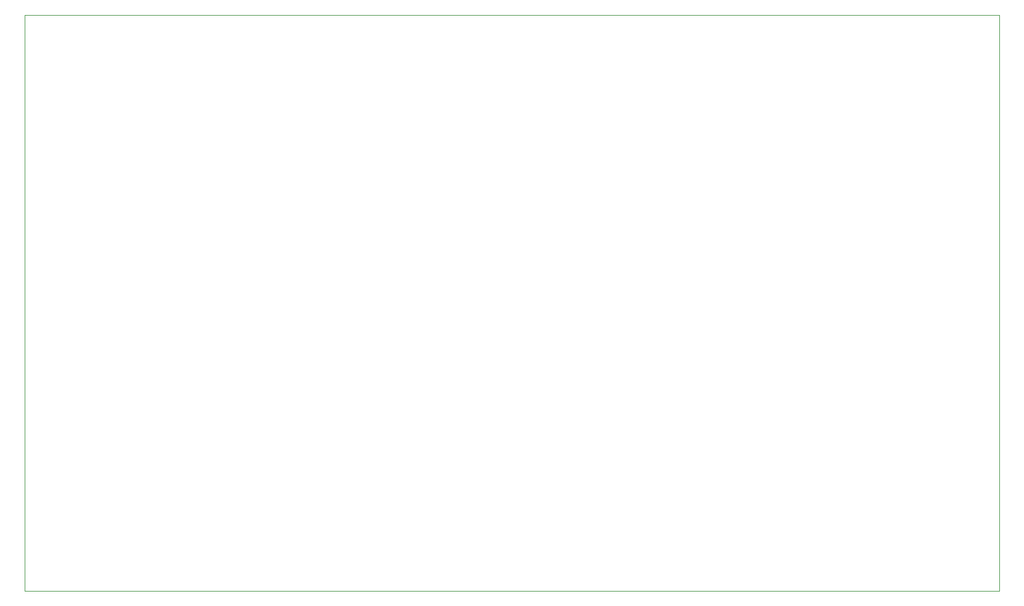
<source format=gm1>
G04 #@! TF.GenerationSoftware,KiCad,Pcbnew,(7.0.0)*
G04 #@! TF.CreationDate,2023-03-09T15:09:21+01:00*
G04 #@! TF.ProjectId,asmTest,61736d54-6573-4742-9e6b-696361645f70,rev?*
G04 #@! TF.SameCoordinates,Original*
G04 #@! TF.FileFunction,Profile,NP*
%FSLAX46Y46*%
G04 Gerber Fmt 4.6, Leading zero omitted, Abs format (unit mm)*
G04 Created by KiCad (PCBNEW (7.0.0)) date 2023-03-09 15:09:21*
%MOMM*%
%LPD*%
G01*
G04 APERTURE LIST*
G04 #@! TA.AperFunction,Profile*
%ADD10C,0.100000*%
G04 #@! TD*
G04 APERTURE END LIST*
D10*
X84800000Y-37300000D02*
X221900000Y-37300000D01*
X221900000Y-37300000D02*
X221900000Y-118400000D01*
X221900000Y-118400000D02*
X84800000Y-118400000D01*
X84800000Y-118400000D02*
X84800000Y-37300000D01*
M02*

</source>
